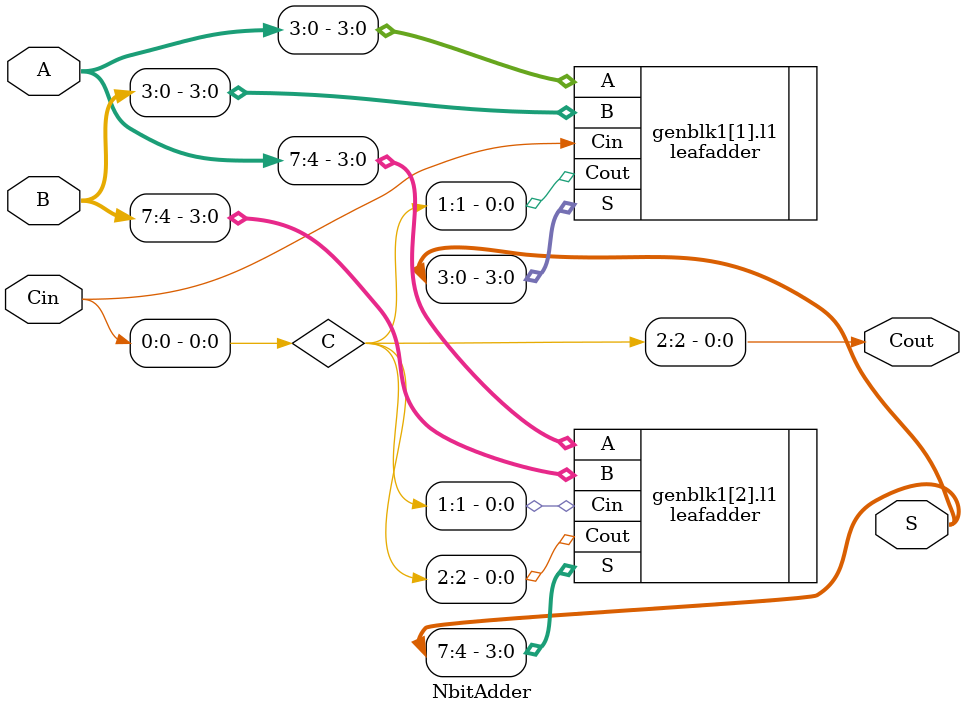
<source format=sv>
module NbitAdder(A,B,Cin,S,Cout);
parameter WIDTH = 8;
localparam base = WIDTH/4;
input [WIDTH-1:0] A,B;
input Cin;
output [WIDTH-1:0]S;
output Cout;
wire [base:0]C;
genvar i;

assign C[0] = Cin;

generate 
for (i=1;i<=base;i++) begin
leafadder #(.NoBitsLeaf(4)) l1(.A(A[(4*i-1):(4*i-4)]), .B(B[(4*i-1):(4*i-4)]), .Cin(C[i-1]), .S(S[(4*i-1):(4*i-4)]), .Cout(C[i]));
end
endgenerate

assign Cout = C[base];

endmodule 
</source>
